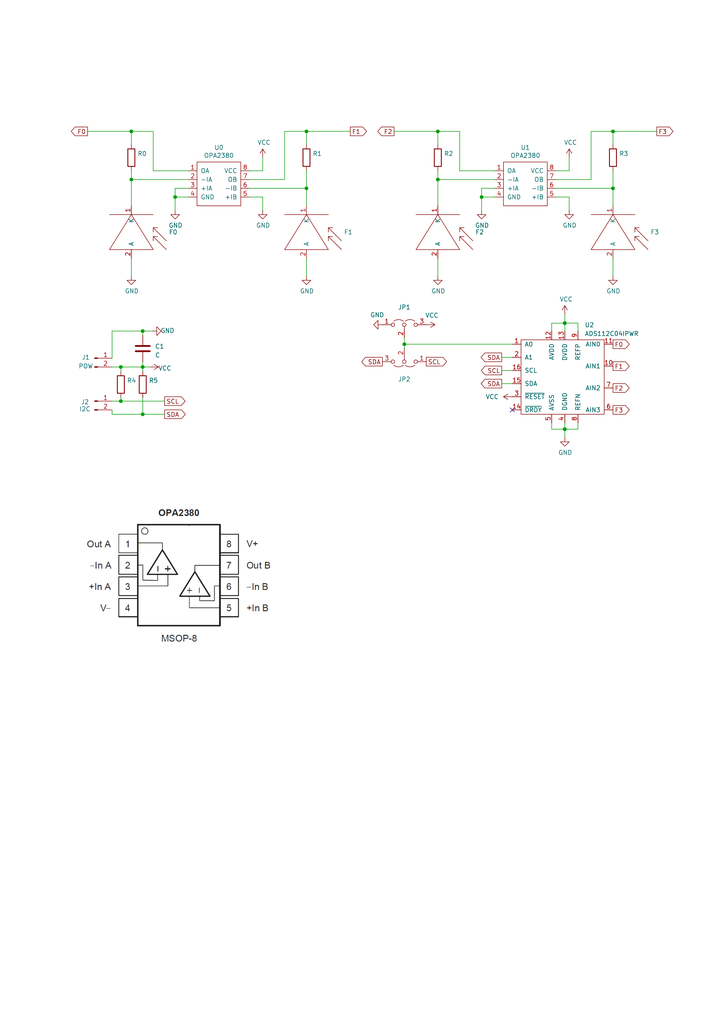
<source format=kicad_sch>
(kicad_sch (version 20230121) (generator eeschema)
  (paper "A4" portrait)
  (title_block (title "Helios - Circuito Sensorizado") (date "2022-07-25") (rev "1") (comment 1 "R = 2M") (comment 2 "VCC: 5V") (comment 3 "O0, O1, O2, O3: Salidas fotodiodos") (comment 4 "Autor: Jaime Bravo Algaba"))
  (lib_symbols
    (symbol "ADS112C04:ADS112C04IPWR" (pin_names (offset 1.016))
      (property "Reference" "U" (at 13.97 16.51 0))
      (property "Value" "ADS112C04IPWR" (at 15.24 13.97 0))
      (symbol "ADS112C04IPWR_0_1"
        (rectangle (start -10.16 -10.16) (end 13.97 11.43))
      )
      (symbol "ADS112C04IPWR_1_1"
        (pin input line (at -12.7 10.16 0) (length 2.54) (name "A0") (number "1"))
        (pin input line (at 16.51 3.81 180) (length 2.54) (name "AIN1") (number "10"))
        (pin input line (at 16.51 10.16 180) (length 2.54) (name "AIN0") (number "11"))
        (pin power_in line (at -1.27 13.97 270) (length 2.54) (name "AVDD") (number "12"))
        (pin power_in line (at 2.54 13.97 270) (length 2.54) (name "DVDD") (number "13"))
        (pin output line (at -12.7 -8.89 0) (length 2.54) (name "~{DRDY}") (number "14"))
        (pin bidirectional line (at -12.7 -1.27 0) (length 2.54) (name "SDA") (number "15"))
        (pin bidirectional line (at -12.7 2.54 0) (length 2.54) (name "SCL") (number "16"))
        (pin input line (at -12.7 6.35 0) (length 2.54) (name "A1") (number "2"))
        (pin input line (at -12.7 -5.08 0) (length 2.54) (name "~{RESET}") (number "3"))
        (pin power_out line (at 2.54 -12.7 90) (length 2.54) (name "DGND") (number "4"))
        (pin power_out line (at -1.27 -12.7 90) (length 2.54) (name "AVSS") (number "5"))
        (pin input line (at 16.51 -8.89 180) (length 2.54) (name "AIN3") (number "6"))
        (pin input line (at 16.51 -2.54 180) (length 2.54) (name "AIN2") (number "7"))
        (pin power_out line (at 6.35 -12.7 90) (length 2.54) (name "REFN") (number "8"))
        (pin power_in line (at 6.35 13.97 270) (length 2.54) (name "REFP") (number "9"))
      )
    )
    (symbol "Connector:Conn_01x02_Pin" (pin_names (offset 1.016) hide)
      (property "Reference" "J" (at 0 2.54 0))
      (property "Value" "Conn_01x02_Pin" (at 0 -5.08 0))
      (symbol "Conn_01x02_Pin_1_1"
        (polyline (pts (xy 1.27 -2.54) (xy 0.8636 -2.54)) (stroke (width 0.1524)))
        (polyline (pts (xy 1.27 0) (xy 0.8636 0)) (stroke (width 0.1524)))
        (rectangle (start 0.8636 -2.413) (end 0 -2.667) (stroke (width 0.1524)) (fill (type outline)))
        (rectangle (start 0.8636 0.127) (end 0 -0.127) (stroke (width 0.1524)) (fill (type outline)))
        (pin passive line (at 5.08 0 180) (length 3.81) (name "Pin_1") (number "1"))
        (pin passive line (at 5.08 -2.54 180) (length 3.81) (name "Pin_2") (number "2"))
      )
    )
    (symbol "Device:C" (pin_numbers hide) (pin_names (offset 0.254))
      (property "Reference" "C" (at 0.635 2.54 0))
      (property "Value" "C" (at 0.635 -2.54 0))
      (symbol "C_0_1"
        (polyline (pts (xy -2.032 -0.762) (xy 2.032 -0.762)) (stroke (width 0.508)))
        (polyline (pts (xy -2.032 0.762) (xy 2.032 0.762)) (stroke (width 0.508)))
      )
      (symbol "C_1_1"
        (pin passive line (at 0 3.81 270) (length 2.794) (name "~") (number "1"))
        (pin passive line (at 0 -3.81 90) (length 2.794) (name "~") (number "2"))
      )
    )
    (symbol "Device:R" (pin_numbers hide) (pin_names (offset 0))
      (property "Reference" "R" (at 2.032 0 90))
      (property "Value" "R" (at 0 0 90))
      (symbol "R_0_1"
        (rectangle (start -1.016 -2.54) (end 1.016 2.54) (stroke (width 0.254)))
      )
      (symbol "R_1_1"
        (pin passive line (at 0 3.81 270) (length 1.27) (name "~") (number "1"))
        (pin passive line (at 0 -3.81 90) (length 1.27) (name "~") (number "2"))
      )
    )
    (symbol "Helios:OPA2380" (pin_names (offset 1.016))
      (property "Reference" "U" (at 0 0 0))
      (property "Value" "OPA2380" (at 0 7.62 0))
      (symbol "OPA2380_0_1"
        (rectangle (start -6.35 -6.35) (end 6.35 6.35))
      )
      (symbol "OPA2380_1_1"
        (pin output line (at -8.89 3.81 0) (length 2.54) (name "OA") (number "1"))
        (pin input line (at -8.89 1.27 0) (length 2.54) (name "-IA") (number "2"))
        (pin input line (at -8.89 -1.27 0) (length 2.54) (name "+IA") (number "3"))
        (pin power_out line (at -8.89 -3.81 0) (length 2.54) (name "GND") (number "4"))
        (pin input line (at 8.89 -3.81 180) (length 2.54) (name "+IB") (number "5"))
        (pin input line (at 8.89 -1.27 180) (length 2.54) (name "-IB") (number "6"))
        (pin output line (at 8.89 1.27 180) (length 2.54) (name "OB") (number "7"))
        (pin power_in line (at 8.89 3.81 180) (length 2.54) (name "VCC") (number "8"))
      )
    )
    (symbol "Helios:SFH2704" (pin_names (offset 1.016))
      (property "Reference" "F" (at 0 0 0))
      (property "Value" "SFH2704" (at 0 12.7 0))
      (symbol "SFH2704_0_1"
        (polyline (pts (xy -5.08 6.35) (xy -5.08 -6.35)))
        (polyline (pts (xy -1.27 6.35) (xy 0 6.35)))
        (polyline (pts (xy 1.27 6.35) (xy 5.08 10.16)))
        (polyline (pts (xy 1.27 7.62) (xy 1.27 6.35) (xy 2.54 6.35)))
        (polyline (pts (xy -5.08 0) (xy 5.08 6.35) (xy 5.08 -6.35) (xy -5.08 0)))
        (polyline (pts (xy 2.54 10.16) (xy -1.27 6.35) (xy -1.27 7.62) (xy -1.27 6.35)))
      )
      (symbol "SFH2704_1_1"
        (pin output line (at -7.62 0 0) (length 2.54) (name "K") (number "1"))
        (pin input line (at 7.62 0 180) (length 2.54) (name "A") (number "2"))
      )
    )
    (symbol "Jumper:Jumper_3_Open" (pin_names (offset 0) hide)
      (property "Reference" "JP" (at -2.54 -2.54 0))
      (property "Value" "Jumper_3_Open" (at 0 2.794 0))
      (symbol "Jumper_3_Open_0_0"
        (circle (center -3.302 0) (radius 0.508))
        (circle (center 0 0) (radius 0.508))
        (circle (center 3.302 0) (radius 0.508))
      )
      (symbol "Jumper_3_Open_0_1"
        (arc (start -0.254 1.016) (mid -1.651 1.4992) (end -3.048 1.016))
        (polyline (pts (xy 0 -0.508) (xy 0 -1.27)))
        (arc (start 3.048 1.016) (mid 1.651 1.4992) (end 0.254 1.016))
      )
      (symbol "Jumper_3_Open_1_1"
        (pin passive line (at -6.35 0 0) (length 2.54) (name "A") (number "1"))
        (pin passive line (at 0 -3.81 90) (length 2.54) (name "C") (number "2"))
        (pin passive line (at 6.35 0 180) (length 2.54) (name "B") (number "3"))
      )
    )
    (symbol "power:GND" (power) (pin_names (offset 0))
      (property "Value" "GND" (at 0 -3.81 0))
      (symbol "GND_0_1"
        (polyline (pts (xy 0 0) (xy 0 -1.27) (xy 1.27 -1.27) (xy 0 -2.54) (xy -1.27 -1.27) (xy 0 -1.27)))
      )
      (symbol "GND_1_1"
        (pin power_in line (at 0 0 270) (length 0) hide (name "GND") (number "1"))
      )
    )
    (symbol "power:VCC" (power) (pin_names (offset 0))
      (property "Value" "VCC" (at 0 3.81 0))
      (symbol "VCC_0_1"
        (polyline (pts (xy -0.762 1.27) (xy 0 2.54)))
        (polyline (pts (xy 0 0) (xy 0 2.54)))
        (polyline (pts (xy 0 2.54) (xy 0.762 1.27)))
      )
      (symbol "VCC_1_1"
        (pin power_in line (at 0 0 90) (length 0) hide (name "VCC") (number "1"))
      )
    )
  )
  (junction (at 163.8284 124.46))
  (junction (at 163.83 93.726))
  (junction (at 41.402 106.426))
  (junction (at 177.8 38.1))
  (junction (at 127 52.07))
  (junction (at 35.052 116.332))
  (junction (at 41.402 120.142))
  (junction (at 41.402 96.012))
  (junction (at 127 38.1))
  (junction (at 88.9 54.61))
  (junction (at 50.8 57.15))
  (junction (at 88.9 38.1))
  (junction (at 163.83 124.46))
  (junction (at 35.052 106.426))
  (junction (at 38.1 52.07))
  (junction (at 177.8 54.61))
  (junction (at 163.83 93.6832))
  (junction (at 38.1 38.1))
  (junction (at 117.2754 99.822))
  (junction (at 139.7 57.15))
  (no_connect (at 148.59 118.872))
  (wire (pts (xy 117.2754 99.822) (xy 117.2754 101.0787)))
  (wire (pts (xy 54.61 57.15) (xy 50.8 57.15)))
  (wire (pts (xy 35.052 106.426) (xy 35.052 107.696)))
  (wire (pts (xy 177.8 54.61) (xy 177.8 59.69)))
  (wire (pts (xy 171.45 38.1) (xy 171.45 52.07)))
  (wire (pts (xy 32.512 118.872) (xy 32.512 120.142)))
  (wire (pts (xy 35.052 106.426) (xy 32.512 106.426)))
  (wire (pts (xy 47.752 116.332) (xy 35.052 116.332)))
  (wire (pts (xy 160.02 93.726) (xy 163.83 93.726)))
  (wire (pts (xy 38.1 38.1) (xy 44.45 38.1)))
  (wire (pts (xy 54.61 54.61) (xy 50.8 54.61)))
  (wire (pts (xy 54.61 52.07) (xy 38.1 52.07)))
  (wire (pts (xy 165.1 60.96) (xy 165.1 57.15)))
  (wire (pts (xy 143.51 57.15) (xy 139.7 57.15)))
  (wire (pts (xy 143.51 54.61) (xy 139.7 54.61)))
  (wire (pts (xy 163.83 124.46) (xy 167.64 124.46)))
  (wire (pts (xy 177.8 41.91) (xy 177.8 38.1)))
  (wire (pts (xy 177.8 74.93) (xy 177.8 80.01)))
  (wire (pts (xy 38.1 49.53) (xy 38.1 52.07)))
  (wire (pts (xy 44.45 38.1) (xy 44.45 49.53)))
  (wire (pts (xy 32.512 120.142) (xy 41.402 120.142)))
  (wire (pts (xy 25.4 38.1) (xy 38.1 38.1)))
  (wire (pts (xy 165.1 57.15) (xy 161.29 57.15)))
  (wire (pts (xy 139.7 54.61) (xy 139.7 57.15)))
  (wire (pts (xy 167.64 124.46) (xy 167.64 122.682)))
  (wire (pts (xy 38.1 41.91) (xy 38.1 38.1)))
  (wire (pts (xy 76.2 57.15) (xy 72.39 57.15)))
  (wire (pts (xy 160.02 122.682) (xy 160.02 124.46)))
  (wire (pts (xy 32.512 116.332) (xy 35.052 116.332)))
  (wire (pts (xy 44.45 49.53) (xy 54.61 49.53)))
  (wire (pts (xy 145.542 111.252) (xy 148.59 111.252)))
  (wire (pts (xy 50.8 54.61) (xy 50.8 57.15)))
  (wire (pts (xy 117.2754 97.9853) (xy 117.2754 99.822)))
  (wire (pts (xy 41.402 106.426) (xy 41.402 107.696)))
  (wire (pts (xy 171.45 52.07) (xy 161.29 52.07)))
  (wire (pts (xy 190.5 38.1) (xy 177.8 38.1)))
  (wire (pts (xy 161.29 54.61) (xy 177.8 54.61)))
  (wire (pts (xy 160.02 96.012) (xy 160.02 93.726)))
  (wire (pts (xy 127 41.91) (xy 127 38.1)))
  (wire (pts (xy 127 49.53) (xy 127 52.07)))
  (wire (pts (xy 139.7 57.15) (xy 139.7 60.96)))
  (wire (pts (xy 177.8 54.61) (xy 177.8 49.53)))
  (wire (pts (xy 127 74.93) (xy 127 80.01)))
  (wire (pts (xy 72.39 49.53) (xy 76.2 49.53)))
  (wire (pts (xy 41.402 115.316) (xy 41.402 120.142)))
  (wire (pts (xy 163.8284 124.46) (xy 163.83 124.46)))
  (wire (pts (xy 41.402 120.142) (xy 47.752 120.142)))
  (wire (pts (xy 88.9 54.61) (xy 88.9 49.53)))
  (wire (pts (xy 32.512 96.012) (xy 32.512 103.886)))
  (wire (pts (xy 145.542 103.632) (xy 148.59 103.632)))
  (wire (pts (xy 165.1 49.53) (xy 165.1 45.72)))
  (wire (pts (xy 41.402 106.426) (xy 35.052 106.426)))
  (wire (pts (xy 35.052 115.316) (xy 35.052 116.332)))
  (wire (pts (xy 167.64 96.012) (xy 167.64 93.6832)))
  (wire (pts (xy 133.35 49.53) (xy 143.51 49.53)))
  (wire (pts (xy 38.1 52.07) (xy 38.1 59.69)))
  (wire (pts (xy 50.8 57.15) (xy 50.8 60.96)))
  (wire (pts (xy 38.1 74.93) (xy 38.1 80.01)))
  (wire (pts (xy 101.6 38.1) (xy 88.9 38.1)))
  (wire (pts (xy 82.55 52.07) (xy 72.39 52.07)))
  (wire (pts (xy 41.402 104.902) (xy 41.402 106.426)))
  (wire (pts (xy 41.402 96.012) (xy 41.402 97.282)))
  (wire (pts (xy 145.542 107.442) (xy 148.59 107.442)))
  (wire (pts (xy 41.402 96.012) (xy 44.196 96.012)))
  (wire (pts (xy 163.83 93.6832) (xy 163.83 93.726)))
  (wire (pts (xy 127 38.1) (xy 133.35 38.1)))
  (wire (pts (xy 88.9 74.93) (xy 88.9 80.01)))
  (wire (pts (xy 163.83 122.682) (xy 163.83 124.46)))
  (wire (pts (xy 143.51 52.07) (xy 127 52.07)))
  (wire (pts (xy 148.59 99.822) (xy 117.2754 99.822)))
  (wire (pts (xy 88.9 41.91) (xy 88.9 38.1)))
  (wire (pts (xy 160.02 124.46) (xy 163.8284 124.46)))
  (wire (pts (xy 72.39 54.61) (xy 88.9 54.61)))
  (wire (pts (xy 32.512 96.012) (xy 41.402 96.012)))
  (wire (pts (xy 76.2 49.53) (xy 76.2 45.72)))
  (wire (pts (xy 161.29 49.53) (xy 165.1 49.53)))
  (wire (pts (xy 163.83 93.726) (xy 163.83 96.012)))
  (wire (pts (xy 76.2 60.96) (xy 76.2 57.15)))
  (wire (pts (xy 133.35 38.1) (xy 133.35 49.53)))
  (wire (pts (xy 163.8284 126.8589) (xy 163.8284 124.46)))
  (wire (pts (xy 167.64 93.6832) (xy 163.83 93.6832)))
  (wire (pts (xy 127 52.07) (xy 127 59.69)))
  (wire (pts (xy 43.434 106.426) (xy 41.402 106.426)))
  (wire (pts (xy 177.8 38.1) (xy 171.45 38.1)))
  (wire (pts (xy 88.9 38.1) (xy 82.55 38.1)))
  (wire (pts (xy 82.55 38.1) (xy 82.55 52.07)))
  (wire (pts (xy 114.3 38.1) (xy 127 38.1)))
  (wire (pts (xy 163.83 91.186) (xy 163.83 93.6832)))
  (wire (pts (xy 88.9 54.61) (xy 88.9 59.69)))
  (image (at 52.324 166.878))
  (global_label "SDA" (shape output) (at 145.542 111.252 180) (property "Intersheetrefs" "${INTERSHEET_REFS}" (effects hide)))
  (global_label "SDA" (shape output) (at 47.752 120.142 0) (property "Intersheetrefs" "${INTERSHEET_REFS}" (effects hide)))
  (global_label "SDA" (shape output) (at 145.542 103.632 180) (property "Intersheetrefs" "${INTERSHEET_REFS}" (effects hide)))
  (global_label "F2" (shape output) (at 114.3 38.1 180) (property "Intersheetrefs" "${INTERSHEET_REFS}" (effects hide)))
  (global_label "F1" (shape output) (at 177.8 106.172 0) (property "Intersheetrefs" "${INTERSHEET_REFS}" (effects hide)))
  (global_label "F1" (shape output) (at 101.6 38.1 0) (property "Intersheetrefs" "${INTERSHEET_REFS}" (effects hide)))
  (global_label "SCL" (shape output) (at 123.6254 104.8887 0) (property "Intersheetrefs" "${INTERSHEET_REFS}" (effects hide)))
  (global_label "F2" (shape output) (at 177.8 112.522 0) (property "Intersheetrefs" "${INTERSHEET_REFS}" (effects hide)))
  (global_label "F0" (shape output) (at 177.8 99.822 0) (property "Intersheetrefs" "${INTERSHEET_REFS}" (effects hide)))
  (global_label "SCL" (shape output) (at 145.542 107.442 180) (property "Intersheetrefs" "${INTERSHEET_REFS}" (effects hide)))
  (global_label "F3" (shape output) (at 177.8 118.872 0) (property "Intersheetrefs" "${INTERSHEET_REFS}" (effects hide)))
  (global_label "SCL" (shape output) (at 47.752 116.332 0) (property "Intersheetrefs" "${INTERSHEET_REFS}" (effects hide)))
  (global_label "SDA" (shape output) (at 110.9254 104.8887 180) (property "Intersheetrefs" "${INTERSHEET_REFS}" (effects hide)))
  (global_label "F0" (shape output) (at 25.4 38.1 180) (property "Intersheetrefs" "${INTERSHEET_REFS}" (effects hide)))
  (global_label "F3" (shape output) (at 190.5 38.1 0) (property "Intersheetrefs" "${INTERSHEET_REFS}" (effects hide)))
  (symbol (lib_id "Helios:SFH2704") (at 88.9 67.31 270) (unit 1)
    (property "Reference" "F1" (at 99.7712 67.31 90) (effects (justify left)))
    (property "Value" "SFH2704" (effects hide))
    (property "Footprint" "Helios:SFH2704_Photodiode" (effects hide))
    (property "Datasheet" "$(KICAD_DATASHEET_DIR)/SFH 2704_Photodiode.pdf" (effects hide))
  )
  (symbol (lib_id "Helios:OPA2380") (at 63.5 53.34 0) (unit 1)
    (property "Reference" "U0" (at 63.5 42.799 0))
    (property "Value" "OPA2380" (at 63.5 45.1104 0))
    (property "Footprint" "Helios:OPA2380" (effects hide))
    (property "Datasheet" "$(KICAD_DATASHEET_DIR)/opa2380.pdf" (effects hide))
  )
  (symbol (lib_id "power:VCC") (at 76.2 45.72 0) (unit 1)
    (property "Reference" "#PWR0106" (effects hide))
    (property "Value" "VCC" (at 76.581 41.3258 0))
  )
  (symbol (lib_id "power:GND") (at 50.8 60.96 0) (unit 1)
    (property "Reference" "#PWR0107" (effects hide))
    (property "Value" "GND" (at 50.927 65.3542 0))
  )
  (symbol (lib_id "power:GND") (at 76.2 60.96 0) (unit 1)
    (property "Reference" "#PWR0108" (effects hide))
    (property "Value" "GND" (at 76.327 65.3542 0))
  )
  (symbol (lib_id "power:GND") (at 88.9 80.01 0) (unit 1)
    (property "Reference" "#PWR0109" (effects hide))
    (property "Value" "GND" (at 89.027 84.4042 0))
  )
  (symbol (lib_id "power:GND") (at 38.1 80.01 0) (unit 1)
    (property "Reference" "#PWR0110" (effects hide))
    (property "Value" "GND" (at 38.227 84.4042 0))
  )
  (symbol (lib_id "Device:R") (at 38.1 45.72 0) (unit 1)
    (property "Reference" "R0" (at 39.878 44.5516 0) (effects (justify left)))
    (property "Value" "Rf" (effects hide))
    (property "Footprint" "Resistor_SMD:R_0805_2012Metric" (effects hide))
    (property "Datasheet" "$(KICAD_DATASHEET_DIR)/2M2_Resistance.pdf" (effects hide))
  )
  (symbol (lib_id "Device:R") (at 88.9 45.72 0) (unit 1)
    (property "Reference" "R1" (at 90.678 44.5516 0) (effects (justify left)))
    (property "Value" "Rf" (effects hide))
    (property "Footprint" "Resistor_SMD:R_0805_2012Metric" (effects hide))
    (property "Datasheet" "$(KICAD_DATASHEET_DIR)/2M2_Resistance.pdf" (effects hide))
  )
  (symbol (lib_id "Helios:SFH2704") (at 38.1 67.31 270) (unit 1)
    (property "Reference" "F0" (at 48.9712 67.31 90) (effects (justify left)))
    (property "Value" "SFH2704" (effects hide))
    (property "Footprint" "Helios:SFH2704_Photodiode" (effects hide))
    (property "Datasheet" "2704_Photodiode.pdf" (effects hide))
  )
  (symbol (lib_id "power:GND") (at 127 80.01 0) (unit 1)
    (property "Reference" "#PWR0104" (effects hide))
    (property "Value" "GND" (at 127.127 84.4042 0))
  )
  (symbol (lib_id "power:GND") (at 44.196 96.012 90) (unit 1)
    (property "Reference" "#PWR05" (effects hide))
    (property "Value" "GND" (at 48.5902 95.885 90))
  )
  (symbol (lib_id "Helios:OPA2380") (at 152.4 53.34 0) (unit 1)
    (property "Reference" "U1" (at 152.4 42.799 0))
    (property "Value" "OPA2380" (at 152.4 45.1104 0))
    (property "Footprint" "Helios:OPA2380" (effects hide))
    (property "Datasheet" "$(KICAD_DATASHEET_DIR)/opa2380.pdf" (effects hide))
  )
  (symbol (lib_id "power:VCC") (at 165.1 45.72 0) (unit 1)
    (property "Reference" "#PWR0102" (effects hide))
    (property "Value" "VCC" (at 165.481 41.3258 0))
  )
  (symbol (lib_id "power:VCC") (at 43.434 106.426 270) (unit 1)
    (property "Reference" "#PWR01" (effects hide))
    (property "Value" "VCC" (at 47.8282 106.807 90))
  )
  (symbol (lib_id "Device:R") (at 41.402 111.506 0) (unit 1)
    (property "Reference" "R5" (at 43.18 110.3376 0) (effects (justify left)))
    (property "Value" "Rf" (effects hide))
    (property "Footprint" "Resistor_SMD:R_0805_2012Metric" (effects hide))
    (property "Datasheet" "$(KICAD_DATASHEET_DIR)/2M2_Resistance.pdf" (effects hide))
  )
  (symbol (lib_id "Jumper:Jumper_3_Open") (at 117.2754 94.1753 0) (unit 1)
    (property "Reference" "JP1" (at 117.2754 89.0953 0))
    (property "Value" "Jumper_3_Open" (effects hide))
    (property "Footprint" "Jumper:SolderJumper-3_P1.3mm_Open_Pad1.0x1.5mm" (effects hide))
  )
  (symbol (lib_id "Device:R") (at 35.052 111.506 0) (unit 1)
    (property "Reference" "R4" (at 36.83 110.3376 0) (effects (justify left)))
    (property "Value" "Rf" (effects hide))
    (property "Footprint" "Resistor_SMD:R_0805_2012Metric" (effects hide))
    (property "Datasheet" "$(KICAD_DATASHEET_DIR)/2M2_Resistance.pdf" (effects hide))
  )
  (symbol (lib_id "Device:C") (at 41.402 101.092 0) (unit 1)
    (property "Reference" "C1" (at 44.958 100.457 0) (effects (justify left)))
    (property "Value" "C" (at 44.958 102.997 0) (effects (justify left)))
    (property "Footprint" "Capacitor_SMD:C_0805_2012Metric" (effects hide))
  )
  (symbol (lib_id "Device:R") (at 127 45.72 0) (unit 1)
    (property "Reference" "R2" (at 128.778 44.5516 0) (effects (justify left)))
    (property "Value" "Rf" (effects hide))
    (property "Footprint" "Resistor_SMD:R_0805_2012Metric" (effects hide))
    (property "Datasheet" "$(KICAD_DATASHEET_DIR)/2M2_Resistance.pdf" (effects hide))
  )
  (symbol (lib_id "power:VCC") (at 163.83 91.186 0) (unit 1)
    (property "Reference" "#PWR03" (effects hide))
    (property "Value" "VCC" (at 164.211 86.7918 0))
  )
  (symbol (lib_id "power:GND") (at 163.8284 126.8589 0) (unit 1)
    (property "Reference" "#PWR02" (effects hide))
    (property "Value" "GND" (at 163.9554 131.2531 0))
  )
  (symbol (lib_id "Connector:Conn_01x02_Pin") (at 27.432 116.332 0) (unit 1)
    (property "Reference" "J2" (at 24.638 116.586 0))
    (property "Value" "I2C" (at 24.638 118.618 0))
    (property "Footprint" "XTConnectors:XT30U-M_1x02_P5.0mm_Vertical" (effects hide))
  )
  (symbol (lib_id "power:GND") (at 110.9254 94.1753 270) (unit 1)
    (property "Reference" "#PWR06" (effects hide))
    (property "Value" "GND" (at 109.4189 91.3184 90))
  )
  (symbol (lib_id "power:VCC") (at 123.6254 94.1753 270) (unit 1)
    (property "Reference" "#PWR07" (effects hide))
    (property "Value" "VCC" (at 125.2747 91.4612 90))
  )
  (symbol (lib_id "power:GND") (at 177.8 80.01 0) (unit 1)
    (property "Reference" "#PWR0101" (effects hide))
    (property "Value" "GND" (at 177.927 84.4042 0))
  )
  (symbol (lib_id "Helios:SFH2704") (at 127 67.31 270) (unit 1)
    (property "Reference" "F2" (at 137.8712 67.31 90) (effects (justify left)))
    (property "Value" "SFH2704" (effects hide))
    (property "Footprint" "Helios:SFH2704_Photodiode" (effects hide))
    (property "Datasheet" "2704_Photodiode.pdf" (effects hide))
  )
  (symbol (lib_id "Connector:Conn_01x02_Pin") (at 27.432 103.886 0) (unit 1)
    (property "Reference" "J1" (at 24.892 103.632 0))
    (property "Value" "POW" (at 24.892 106.172 0))
    (property "Footprint" "XTConnectors:XT30U-M_1x02_P5.0mm_Vertical" (effects hide))
  )
  (symbol (lib_id "power:GND") (at 165.1 60.96 0) (unit 1)
    (property "Reference" "#PWR0103" (effects hide))
    (property "Value" "GND" (at 165.227 65.3542 0))
  )
  (symbol (lib_id "power:GND") (at 139.7 60.96 0) (unit 1)
    (property "Reference" "#PWR0105" (effects hide))
    (property "Value" "GND" (at 139.827 65.3542 0))
  )
  (symbol (lib_id "Helios:SFH2704") (at 177.8 67.31 270) (unit 1)
    (property "Reference" "F3" (at 188.6712 67.31 90) (effects (justify left)))
    (property "Value" "SFH2704" (effects hide))
    (property "Footprint" "Helios:SFH2704_Photodiode" (effects hide))
    (property "Datasheet" "$(KICAD_DATASHEET_DIR)/SFH 2704_Photodiode.pdf" (effects hide))
  )
  (symbol (lib_id "Device:R") (at 177.8 45.72 0) (unit 1)
    (property "Reference" "R3" (at 179.578 44.5516 0) (effects (justify left)))
    (property "Value" "Rf" (effects hide))
    (property "Footprint" "Resistor_SMD:R_0805_2012Metric" (effects hide))
    (property "Datasheet" "$(KICAD_DATASHEET_DIR)/2M2_Resistance.pdf" (effects hide))
  )
  (symbol (lib_id "power:VCC") (at 148.59 115.062 90) (unit 1)
    (property "Reference" "#PWR04" (effects hide))
    (property "Value" "VCC" (at 142.748 115.062 90))
  )
  (symbol (lib_id "ADS112C04:ADS112C04IPWR") (at 161.29 109.982 0) (unit 1)
    (property "Reference" "U2" (at 169.5959 94.234 0) (effects (justify left)))
    (property "Value" "ADS112C04IPWR" (at 169.5959 96.774 0) (effects (justify left)))
    (property "Footprint" "Package_SO:TSSOP-16_4.4x5mm_P0.65mm" (effects hide))
    (property "Datasheet" "http://www.ti.com/lit/ds/symlink/ads112c04.pdf" (effects hide))
  )
  (symbol (lib_id "Jumper:Jumper_3_Open") (at 117.2754 104.8887 180) (unit 1)
    (property "Reference" "JP2" (at 117.2754 109.9687 0))
    (property "Value" "Jumper_3_Open" (effects hide))
    (property "Footprint" "Jumper:SolderJumper-3_P1.3mm_Open_Pad1.0x1.5mm" (effects hide))
  )
)
</source>
